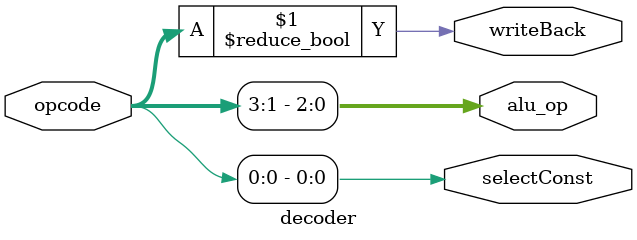
<source format=v>
`timescale 1ns / 1ps
module decoder(
	input  [3:0] opcode,
	output       writeBack,
	output       selectConst,
	output [2:0] alu_op
	);


assign writeBack   = (opcode    != 4'b0000);
assign selectConst = (opcode[0] == 1'b1);
assign alu_op[2:0] = opcode[3:1];


endmodule

</source>
